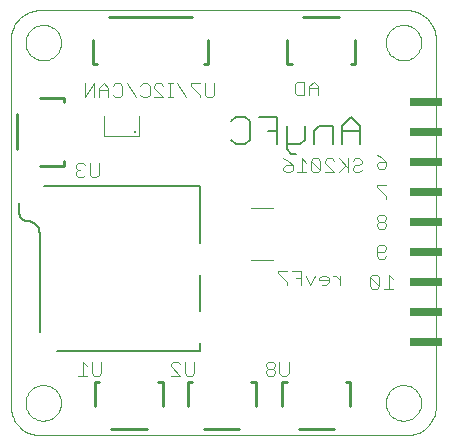
<source format=gbo>
G75*
G70*
%OFA0B0*%
%FSLAX24Y24*%
%IPPOS*%
%LPD*%
%AMOC8*
5,1,8,0,0,1.08239X$1,22.5*
%
%ADD10C,0.0000*%
%ADD11C,0.0040*%
%ADD12C,0.0080*%
%ADD13C,0.0100*%
%ADD14R,0.1100X0.0250*%
%ADD15C,0.0098*%
D10*
X011483Y005999D02*
X011483Y018203D01*
X011485Y018265D01*
X011491Y018326D01*
X011500Y018387D01*
X011514Y018448D01*
X011531Y018507D01*
X011552Y018565D01*
X011577Y018622D01*
X011605Y018677D01*
X011636Y018730D01*
X011671Y018781D01*
X011709Y018830D01*
X011750Y018877D01*
X011793Y018920D01*
X011840Y018961D01*
X011889Y018999D01*
X011940Y019034D01*
X011993Y019065D01*
X012048Y019093D01*
X012105Y019118D01*
X012163Y019139D01*
X012222Y019156D01*
X012283Y019170D01*
X012344Y019179D01*
X012405Y019185D01*
X012467Y019187D01*
X012467Y019188D02*
X024672Y019188D01*
X024672Y019187D02*
X024734Y019185D01*
X024795Y019179D01*
X024856Y019170D01*
X024917Y019156D01*
X024976Y019139D01*
X025034Y019118D01*
X025091Y019093D01*
X025146Y019065D01*
X025199Y019034D01*
X025250Y018999D01*
X025299Y018961D01*
X025346Y018920D01*
X025389Y018877D01*
X025430Y018830D01*
X025468Y018781D01*
X025503Y018730D01*
X025534Y018677D01*
X025562Y018622D01*
X025587Y018565D01*
X025608Y018507D01*
X025625Y018448D01*
X025639Y018387D01*
X025648Y018326D01*
X025654Y018265D01*
X025656Y018203D01*
X025656Y005999D01*
X025654Y005937D01*
X025648Y005876D01*
X025639Y005815D01*
X025625Y005754D01*
X025608Y005695D01*
X025587Y005637D01*
X025562Y005580D01*
X025534Y005525D01*
X025503Y005472D01*
X025468Y005421D01*
X025430Y005372D01*
X025389Y005325D01*
X025346Y005282D01*
X025299Y005241D01*
X025250Y005203D01*
X025199Y005168D01*
X025146Y005137D01*
X025091Y005109D01*
X025034Y005084D01*
X024976Y005063D01*
X024917Y005046D01*
X024856Y005032D01*
X024795Y005023D01*
X024734Y005017D01*
X024672Y005015D01*
X024672Y005014D02*
X012467Y005014D01*
X012467Y005015D02*
X012405Y005017D01*
X012344Y005023D01*
X012283Y005032D01*
X012222Y005046D01*
X012163Y005063D01*
X012105Y005084D01*
X012048Y005109D01*
X011993Y005137D01*
X011940Y005168D01*
X011889Y005203D01*
X011840Y005241D01*
X011793Y005282D01*
X011750Y005325D01*
X011709Y005372D01*
X011671Y005421D01*
X011636Y005472D01*
X011605Y005525D01*
X011577Y005580D01*
X011552Y005637D01*
X011531Y005695D01*
X011514Y005754D01*
X011500Y005815D01*
X011491Y005876D01*
X011485Y005937D01*
X011483Y005999D01*
X011975Y006097D02*
X011977Y006145D01*
X011983Y006193D01*
X011993Y006240D01*
X012006Y006286D01*
X012024Y006331D01*
X012044Y006375D01*
X012069Y006417D01*
X012097Y006456D01*
X012127Y006493D01*
X012161Y006527D01*
X012198Y006559D01*
X012236Y006588D01*
X012277Y006613D01*
X012320Y006635D01*
X012365Y006653D01*
X012411Y006667D01*
X012458Y006678D01*
X012506Y006685D01*
X012554Y006688D01*
X012602Y006687D01*
X012650Y006682D01*
X012698Y006673D01*
X012744Y006661D01*
X012789Y006644D01*
X012833Y006624D01*
X012875Y006601D01*
X012915Y006574D01*
X012953Y006544D01*
X012988Y006511D01*
X013020Y006475D01*
X013050Y006437D01*
X013076Y006396D01*
X013098Y006353D01*
X013118Y006309D01*
X013133Y006264D01*
X013145Y006217D01*
X013153Y006169D01*
X013157Y006121D01*
X013157Y006073D01*
X013153Y006025D01*
X013145Y005977D01*
X013133Y005930D01*
X013118Y005885D01*
X013098Y005841D01*
X013076Y005798D01*
X013050Y005757D01*
X013020Y005719D01*
X012988Y005683D01*
X012953Y005650D01*
X012915Y005620D01*
X012875Y005593D01*
X012833Y005570D01*
X012789Y005550D01*
X012744Y005533D01*
X012698Y005521D01*
X012650Y005512D01*
X012602Y005507D01*
X012554Y005506D01*
X012506Y005509D01*
X012458Y005516D01*
X012411Y005527D01*
X012365Y005541D01*
X012320Y005559D01*
X012277Y005581D01*
X012236Y005606D01*
X012198Y005635D01*
X012161Y005667D01*
X012127Y005701D01*
X012097Y005738D01*
X012069Y005777D01*
X012044Y005819D01*
X012024Y005863D01*
X012006Y005908D01*
X011993Y005954D01*
X011983Y006001D01*
X011977Y006049D01*
X011975Y006097D01*
X023983Y006097D02*
X023985Y006145D01*
X023991Y006193D01*
X024001Y006240D01*
X024014Y006286D01*
X024032Y006331D01*
X024052Y006375D01*
X024077Y006417D01*
X024105Y006456D01*
X024135Y006493D01*
X024169Y006527D01*
X024206Y006559D01*
X024244Y006588D01*
X024285Y006613D01*
X024328Y006635D01*
X024373Y006653D01*
X024419Y006667D01*
X024466Y006678D01*
X024514Y006685D01*
X024562Y006688D01*
X024610Y006687D01*
X024658Y006682D01*
X024706Y006673D01*
X024752Y006661D01*
X024797Y006644D01*
X024841Y006624D01*
X024883Y006601D01*
X024923Y006574D01*
X024961Y006544D01*
X024996Y006511D01*
X025028Y006475D01*
X025058Y006437D01*
X025084Y006396D01*
X025106Y006353D01*
X025126Y006309D01*
X025141Y006264D01*
X025153Y006217D01*
X025161Y006169D01*
X025165Y006121D01*
X025165Y006073D01*
X025161Y006025D01*
X025153Y005977D01*
X025141Y005930D01*
X025126Y005885D01*
X025106Y005841D01*
X025084Y005798D01*
X025058Y005757D01*
X025028Y005719D01*
X024996Y005683D01*
X024961Y005650D01*
X024923Y005620D01*
X024883Y005593D01*
X024841Y005570D01*
X024797Y005550D01*
X024752Y005533D01*
X024706Y005521D01*
X024658Y005512D01*
X024610Y005507D01*
X024562Y005506D01*
X024514Y005509D01*
X024466Y005516D01*
X024419Y005527D01*
X024373Y005541D01*
X024328Y005559D01*
X024285Y005581D01*
X024244Y005606D01*
X024206Y005635D01*
X024169Y005667D01*
X024135Y005701D01*
X024105Y005738D01*
X024077Y005777D01*
X024052Y005819D01*
X024032Y005863D01*
X024014Y005908D01*
X024001Y005954D01*
X023991Y006001D01*
X023985Y006049D01*
X023983Y006097D01*
X023983Y018105D02*
X023985Y018153D01*
X023991Y018201D01*
X024001Y018248D01*
X024014Y018294D01*
X024032Y018339D01*
X024052Y018383D01*
X024077Y018425D01*
X024105Y018464D01*
X024135Y018501D01*
X024169Y018535D01*
X024206Y018567D01*
X024244Y018596D01*
X024285Y018621D01*
X024328Y018643D01*
X024373Y018661D01*
X024419Y018675D01*
X024466Y018686D01*
X024514Y018693D01*
X024562Y018696D01*
X024610Y018695D01*
X024658Y018690D01*
X024706Y018681D01*
X024752Y018669D01*
X024797Y018652D01*
X024841Y018632D01*
X024883Y018609D01*
X024923Y018582D01*
X024961Y018552D01*
X024996Y018519D01*
X025028Y018483D01*
X025058Y018445D01*
X025084Y018404D01*
X025106Y018361D01*
X025126Y018317D01*
X025141Y018272D01*
X025153Y018225D01*
X025161Y018177D01*
X025165Y018129D01*
X025165Y018081D01*
X025161Y018033D01*
X025153Y017985D01*
X025141Y017938D01*
X025126Y017893D01*
X025106Y017849D01*
X025084Y017806D01*
X025058Y017765D01*
X025028Y017727D01*
X024996Y017691D01*
X024961Y017658D01*
X024923Y017628D01*
X024883Y017601D01*
X024841Y017578D01*
X024797Y017558D01*
X024752Y017541D01*
X024706Y017529D01*
X024658Y017520D01*
X024610Y017515D01*
X024562Y017514D01*
X024514Y017517D01*
X024466Y017524D01*
X024419Y017535D01*
X024373Y017549D01*
X024328Y017567D01*
X024285Y017589D01*
X024244Y017614D01*
X024206Y017643D01*
X024169Y017675D01*
X024135Y017709D01*
X024105Y017746D01*
X024077Y017785D01*
X024052Y017827D01*
X024032Y017871D01*
X024014Y017916D01*
X024001Y017962D01*
X023991Y018009D01*
X023985Y018057D01*
X023983Y018105D01*
X011975Y018105D02*
X011977Y018153D01*
X011983Y018201D01*
X011993Y018248D01*
X012006Y018294D01*
X012024Y018339D01*
X012044Y018383D01*
X012069Y018425D01*
X012097Y018464D01*
X012127Y018501D01*
X012161Y018535D01*
X012198Y018567D01*
X012236Y018596D01*
X012277Y018621D01*
X012320Y018643D01*
X012365Y018661D01*
X012411Y018675D01*
X012458Y018686D01*
X012506Y018693D01*
X012554Y018696D01*
X012602Y018695D01*
X012650Y018690D01*
X012698Y018681D01*
X012744Y018669D01*
X012789Y018652D01*
X012833Y018632D01*
X012875Y018609D01*
X012915Y018582D01*
X012953Y018552D01*
X012988Y018519D01*
X013020Y018483D01*
X013050Y018445D01*
X013076Y018404D01*
X013098Y018361D01*
X013118Y018317D01*
X013133Y018272D01*
X013145Y018225D01*
X013153Y018177D01*
X013157Y018129D01*
X013157Y018081D01*
X013153Y018033D01*
X013145Y017985D01*
X013133Y017938D01*
X013118Y017893D01*
X013098Y017849D01*
X013076Y017806D01*
X013050Y017765D01*
X013020Y017727D01*
X012988Y017691D01*
X012953Y017658D01*
X012915Y017628D01*
X012875Y017601D01*
X012833Y017578D01*
X012789Y017558D01*
X012744Y017541D01*
X012698Y017529D01*
X012650Y017520D01*
X012602Y017515D01*
X012554Y017514D01*
X012506Y017517D01*
X012458Y017524D01*
X012411Y017535D01*
X012365Y017549D01*
X012320Y017567D01*
X012277Y017589D01*
X012236Y017614D01*
X012198Y017643D01*
X012161Y017675D01*
X012127Y017709D01*
X012097Y017746D01*
X012069Y017785D01*
X012044Y017827D01*
X012024Y017871D01*
X012006Y017916D01*
X011993Y017962D01*
X011983Y018009D01*
X011977Y018057D01*
X011975Y018105D01*
D11*
X013960Y016745D02*
X013960Y016284D01*
X014267Y016745D01*
X014267Y016284D01*
X014421Y016284D02*
X014421Y016591D01*
X014574Y016745D01*
X014728Y016591D01*
X014728Y016284D01*
X014881Y016361D02*
X014958Y016284D01*
X015111Y016284D01*
X015188Y016361D01*
X015188Y016668D01*
X015111Y016745D01*
X014958Y016745D01*
X014881Y016668D01*
X014728Y016515D02*
X014421Y016515D01*
X015342Y016745D02*
X015648Y016284D01*
X015802Y016361D02*
X015879Y016284D01*
X016032Y016284D01*
X016109Y016361D01*
X016109Y016668D01*
X016032Y016745D01*
X015879Y016745D01*
X015802Y016668D01*
X016262Y016668D02*
X016262Y016591D01*
X016569Y016284D01*
X016262Y016284D01*
X016723Y016284D02*
X016876Y016284D01*
X016799Y016284D02*
X016799Y016745D01*
X016723Y016745D02*
X016876Y016745D01*
X017030Y016745D02*
X017337Y016284D01*
X017490Y016668D02*
X017797Y016361D01*
X017797Y016284D01*
X017950Y016361D02*
X017950Y016745D01*
X017797Y016745D02*
X017490Y016745D01*
X017490Y016668D01*
X017950Y016361D02*
X018027Y016284D01*
X018181Y016284D01*
X018257Y016361D01*
X018257Y016745D01*
X016569Y016668D02*
X016493Y016745D01*
X016339Y016745D01*
X016262Y016668D01*
X015741Y015652D02*
X015741Y015002D01*
X014600Y015002D01*
X014600Y015652D01*
X014415Y014089D02*
X014415Y013705D01*
X014338Y013628D01*
X014185Y013628D01*
X014108Y013705D01*
X014108Y014089D01*
X013955Y014012D02*
X013878Y014089D01*
X013725Y014089D01*
X013648Y014012D01*
X013648Y013935D01*
X013725Y013858D01*
X013648Y013782D01*
X013648Y013705D01*
X013725Y013628D01*
X013878Y013628D01*
X013955Y013705D01*
X013801Y013858D02*
X013725Y013858D01*
X019484Y012599D02*
X020232Y012599D01*
X020650Y013784D02*
X020573Y013861D01*
X020573Y013938D01*
X020650Y014015D01*
X020880Y014015D01*
X020880Y013861D01*
X020803Y013784D01*
X020650Y013784D01*
X020880Y014015D02*
X020726Y014168D01*
X020573Y014245D01*
X021187Y014245D02*
X021187Y013784D01*
X021340Y013784D02*
X021033Y013784D01*
X021340Y014091D02*
X021187Y014245D01*
X021494Y014168D02*
X021801Y013861D01*
X021724Y013784D01*
X021570Y013784D01*
X021494Y013861D01*
X021494Y014168D01*
X021570Y014245D01*
X021724Y014245D01*
X021801Y014168D01*
X021801Y013861D01*
X021954Y013784D02*
X022261Y013784D01*
X021954Y014091D01*
X021954Y014168D01*
X022031Y014245D01*
X022184Y014245D01*
X022261Y014168D01*
X022415Y014245D02*
X022721Y013938D01*
X022645Y014015D02*
X022415Y013784D01*
X022721Y013784D02*
X022721Y014245D01*
X022875Y014168D02*
X022952Y014245D01*
X023105Y014245D01*
X023182Y014168D01*
X023182Y014091D01*
X023105Y014015D01*
X022952Y014015D01*
X022875Y013938D01*
X022875Y013861D01*
X022952Y013784D01*
X023105Y013784D01*
X023182Y013861D01*
X023679Y013986D02*
X023756Y013909D01*
X023909Y013909D01*
X023986Y013986D01*
X023986Y014140D01*
X023756Y014140D01*
X023679Y014063D01*
X023679Y013986D01*
X023833Y014293D02*
X023986Y014140D01*
X023833Y014293D02*
X023679Y014370D01*
X023679Y013370D02*
X023679Y013293D01*
X023986Y012986D01*
X023986Y012909D01*
X023986Y013370D02*
X023679Y013370D01*
X023756Y012370D02*
X023679Y012293D01*
X023679Y012216D01*
X023756Y012140D01*
X023909Y012140D01*
X023986Y012216D01*
X023986Y012293D01*
X023909Y012370D01*
X023756Y012370D01*
X023756Y012140D02*
X023679Y012063D01*
X023679Y011986D01*
X023756Y011909D01*
X023909Y011909D01*
X023986Y011986D01*
X023986Y012063D01*
X023909Y012140D01*
X023909Y011370D02*
X023986Y011293D01*
X023986Y011216D01*
X023909Y011140D01*
X023679Y011140D01*
X023679Y011293D02*
X023756Y011370D01*
X023909Y011370D01*
X023679Y011293D02*
X023679Y010986D01*
X023756Y010909D01*
X023909Y010909D01*
X023986Y010986D01*
X024074Y010370D02*
X024074Y009909D01*
X023921Y009909D02*
X024228Y009909D01*
X023767Y009986D02*
X023460Y010293D01*
X023460Y009986D01*
X023537Y009909D01*
X023691Y009909D01*
X023767Y009986D01*
X023767Y010293D01*
X023691Y010370D01*
X023537Y010370D01*
X023460Y010293D01*
X024074Y010370D02*
X024228Y010216D01*
X022463Y010188D02*
X022310Y010341D01*
X022233Y010341D01*
X022079Y010265D02*
X022079Y010111D01*
X022003Y010034D01*
X021849Y010034D01*
X021773Y010188D02*
X022079Y010188D01*
X022079Y010265D02*
X022003Y010341D01*
X021849Y010341D01*
X021773Y010265D01*
X021773Y010188D01*
X021619Y010341D02*
X021466Y010034D01*
X021312Y010341D01*
X021159Y010265D02*
X021005Y010265D01*
X021159Y010495D02*
X020852Y010495D01*
X020698Y010495D02*
X020391Y010495D01*
X020391Y010418D01*
X020698Y010111D01*
X020698Y010034D01*
X021159Y010034D02*
X021159Y010495D01*
X020232Y010867D02*
X019484Y010867D01*
X022463Y010341D02*
X022463Y010034D01*
X020744Y007464D02*
X020744Y007080D01*
X020668Y007003D01*
X020514Y007003D01*
X020437Y007080D01*
X020437Y007464D01*
X020284Y007387D02*
X020284Y007310D01*
X020207Y007233D01*
X020054Y007233D01*
X019977Y007157D01*
X019977Y007080D01*
X020054Y007003D01*
X020207Y007003D01*
X020284Y007080D01*
X020284Y007157D01*
X020207Y007233D01*
X020054Y007233D02*
X019977Y007310D01*
X019977Y007387D01*
X020054Y007464D01*
X020207Y007464D01*
X020284Y007387D01*
X017588Y007464D02*
X017588Y007080D01*
X017511Y007003D01*
X017358Y007003D01*
X017281Y007080D01*
X017281Y007464D01*
X017128Y007387D02*
X017051Y007464D01*
X016898Y007464D01*
X016821Y007387D01*
X016821Y007310D01*
X017128Y007003D01*
X016821Y007003D01*
X014494Y007080D02*
X014418Y007003D01*
X014264Y007003D01*
X014187Y007080D01*
X014187Y007464D01*
X014034Y007310D02*
X013881Y007464D01*
X013881Y007003D01*
X014034Y007003D02*
X013727Y007003D01*
X014494Y007080D02*
X014494Y007464D01*
X021037Y016347D02*
X020960Y016424D01*
X020960Y016731D01*
X021037Y016807D01*
X021267Y016807D01*
X021267Y016347D01*
X021037Y016347D01*
X021421Y016347D02*
X021421Y016654D01*
X021574Y016807D01*
X021728Y016654D01*
X021728Y016347D01*
X021728Y016577D02*
X021421Y016577D01*
D12*
X020368Y015631D02*
X019754Y015631D01*
X019447Y015478D02*
X019447Y014864D01*
X019294Y014711D01*
X018987Y014711D01*
X018834Y014864D01*
X018834Y015478D02*
X018987Y015631D01*
X019294Y015631D01*
X019447Y015478D01*
X020061Y015171D02*
X020368Y015171D01*
X020675Y015324D02*
X020675Y014557D01*
X020829Y014404D01*
X020982Y014404D01*
X021136Y014711D02*
X020675Y014711D01*
X020368Y014711D02*
X020368Y015631D01*
X021289Y015324D02*
X021289Y014864D01*
X021136Y014711D01*
X021596Y014711D02*
X021596Y015171D01*
X021749Y015324D01*
X022210Y015324D01*
X022210Y014711D01*
X022517Y014711D02*
X022517Y015324D01*
X022824Y015631D01*
X023131Y015324D01*
X023131Y014711D01*
X023131Y015171D02*
X022517Y015171D01*
X017796Y013339D02*
X017796Y011410D01*
X017796Y010347D02*
X017796Y009165D01*
X017796Y008102D02*
X017796Y007827D01*
X013032Y007827D01*
X012441Y008457D02*
X012441Y011764D01*
X012442Y011764D02*
X012439Y011802D01*
X012433Y011840D01*
X012423Y011877D01*
X012409Y011913D01*
X012393Y011948D01*
X012373Y011980D01*
X012350Y012011D01*
X012324Y012040D01*
X012295Y012066D01*
X012264Y012089D01*
X012232Y012109D01*
X012197Y012125D01*
X012161Y012139D01*
X012124Y012149D01*
X012086Y012155D01*
X012048Y012158D01*
X012048Y012157D02*
X012016Y012156D01*
X011985Y012160D01*
X011954Y012167D01*
X011924Y012178D01*
X011896Y012192D01*
X011870Y012210D01*
X011846Y012231D01*
X011825Y012255D01*
X011807Y012281D01*
X011793Y012309D01*
X011782Y012339D01*
X011775Y012370D01*
X011771Y012401D01*
X011772Y012433D01*
X011772Y012748D01*
X012599Y013339D02*
X017796Y013339D01*
D13*
X013258Y014008D02*
X013258Y014155D01*
X013258Y014008D02*
X012461Y014008D01*
X011684Y014549D02*
X011684Y015730D01*
X012461Y016270D02*
X013258Y016270D01*
X013258Y016124D01*
X014221Y017396D02*
X014368Y017396D01*
X014221Y017396D02*
X014221Y018193D01*
X014761Y018969D02*
X017517Y018969D01*
X018058Y018193D02*
X018058Y017396D01*
X017911Y017396D01*
X020696Y017396D02*
X020843Y017396D01*
X020696Y017396D02*
X020696Y018193D01*
X021236Y018969D02*
X022417Y018969D01*
X022958Y018193D02*
X022958Y017396D01*
X022811Y017396D01*
X022802Y006789D02*
X022655Y006789D01*
X022802Y006789D02*
X022802Y005992D01*
X022261Y005216D02*
X021080Y005216D01*
X020540Y005992D02*
X020540Y006789D01*
X020686Y006789D01*
X019645Y006789D02*
X019645Y005992D01*
X019645Y006789D02*
X019499Y006789D01*
X017530Y006789D02*
X017383Y006789D01*
X017383Y005992D01*
X016552Y005992D02*
X016552Y006789D01*
X016405Y006789D01*
X014436Y006789D02*
X014290Y006789D01*
X014290Y005992D01*
X014830Y005216D02*
X016011Y005216D01*
X017924Y005216D02*
X019105Y005216D01*
D14*
X025308Y008139D03*
X025308Y009139D03*
X025308Y010139D03*
X025308Y011139D03*
X025308Y012139D03*
X025308Y013139D03*
X025308Y014139D03*
X025308Y015139D03*
X025308Y016139D03*
D15*
X015623Y015120D03*
M02*

</source>
